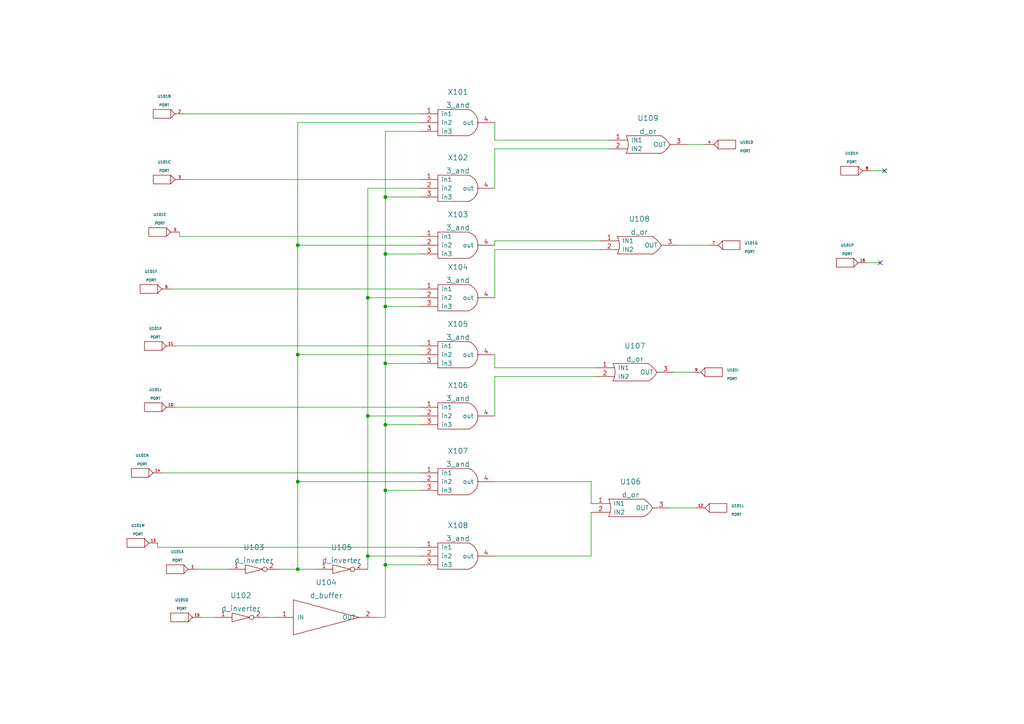
<source format=kicad_sch>
(kicad_sch (version 20211123) (generator eeschema)
  (paper "A4")
  (lib_symbols
    (symbol "eSim_Digital:d_buffer" (pin_names (offset 1.016))
      (property "Reference" "U" (at 0 -1.27 0))
      (property "Value" "d_buffer" (at 0 1.27 0))
      (symbol "d_buffer_0_1"
        (polyline (pts (xy -7.62 5.08) (xy -7.62 -5.08) (xy 11.43 0) (xy -7.62 5.08)))
      )
      (symbol "d_buffer_1_1"
        (pin input line (at -12.7 0 0) (length 5.08) (name "IN") (number "1"))
        (pin output line (at 16.51 0 180) (length 5.08) (name "OUT") (number "2"))
      )
    )
    (symbol "eSim_Digital:d_inverter" (pin_names (offset 1.016))
      (property "Reference" "U" (at 0 -2.54 0))
      (property "Value" "d_inverter" (at 0 3.81 0))
      (symbol "d_inverter_0_1"
        (polyline (pts (xy -2.54 1.27) (xy -2.54 -1.27) (xy 2.54 0) (xy -2.54 1.27)))
      )
      (symbol "d_inverter_1_1"
        (pin input line (at -7.62 0 0) (length 5.08) (name "~") (number "1"))
        (pin output inverted (at 7.62 0 180) (length 5.08) (name "~") (number "2"))
      )
    )
    (symbol "eSim_Digital:d_or" (pin_names (offset 1.016))
      (property "Reference" "U" (at 0 0 0))
      (property "Value" "d_or" (at 0 2.54 0))
      (symbol "d_or_0_1"
        (arc (start -6.35 -1.27) (mid -5.7504 1.27) (end -6.35 3.81))
        (polyline (pts (xy -6.35 -1.27) (xy 3.81 -1.27)))
        (polyline (pts (xy -6.35 3.81) (xy 3.81 3.81)))
        (arc (start 3.81 -1.27) (mid 5.3181 -0.2399) (end 6.35 1.27))
        (arc (start 6.35 1.27) (mid 5.2222 2.6828) (end 3.81 3.81))
      )
      (symbol "d_or_1_1"
        (pin input line (at -11.43 2.54 0) (length 5.461) (name "IN1") (number "1"))
        (pin input line (at -11.43 0 0) (length 5.461) (name "IN2") (number "2"))
        (pin output line (at 11.43 1.27 180) (length 5.08) (name "OUT") (number "3"))
      )
    )
    (symbol "eSim_Miscellaneous:PORT" (pin_names (offset 1.016))
      (property "Reference" "U" (at 1.27 2.54 0))
      (property "Value" "PORT" (at 0 0 0))
      (symbol "PORT_0_1"
        (rectangle (start -2.54 1.27) (end 2.54 -1.27))
        (arc (start 2.54 1.27) (mid 3.1355 0.5955) (end 3.81 0))
        (arc (start 3.81 0) (mid 3.1447 -0.6046) (end 2.54 -1.27))
      )
      (symbol "PORT_1_1"
        (pin bidirectional line (at 6.35 0 180) (length 2.54) (name "~") (number "1"))
      )
      (symbol "PORT_2_1"
        (pin bidirectional line (at 6.35 0 180) (length 2.54) (name "~") (number "2"))
      )
      (symbol "PORT_3_1"
        (pin bidirectional line (at 6.35 0 180) (length 2.54) (name "~") (number "3"))
      )
      (symbol "PORT_4_1"
        (pin bidirectional line (at 6.35 0 180) (length 2.54) (name "~") (number "4"))
      )
      (symbol "PORT_5_1"
        (pin bidirectional line (at 6.35 0 180) (length 2.54) (name "~") (number "5"))
      )
      (symbol "PORT_6_1"
        (pin bidirectional line (at 6.35 0 180) (length 2.54) (name "~") (number "6"))
      )
      (symbol "PORT_7_1"
        (pin bidirectional line (at 6.35 0 180) (length 2.54) (name "~") (number "7"))
      )
      (symbol "PORT_8_1"
        (pin bidirectional line (at 6.35 0 180) (length 2.54) (name "~") (number "8"))
      )
      (symbol "PORT_9_1"
        (pin bidirectional line (at 6.35 0 180) (length 2.54) (name "~") (number "9"))
      )
      (symbol "PORT_10_1"
        (pin bidirectional line (at 6.35 0 180) (length 2.54) (name "~") (number "10"))
      )
      (symbol "PORT_11_1"
        (pin bidirectional line (at 6.35 0 180) (length 2.54) (name "~") (number "11"))
      )
      (symbol "PORT_12_1"
        (pin bidirectional line (at 6.35 0 180) (length 2.54) (name "~") (number "12"))
      )
      (symbol "PORT_13_1"
        (pin bidirectional line (at 6.35 0 180) (length 2.54) (name "~") (number "13"))
      )
      (symbol "PORT_14_1"
        (pin bidirectional line (at 6.35 0 180) (length 2.54) (name "~") (number "14"))
      )
      (symbol "PORT_15_1"
        (pin bidirectional line (at 6.35 0 180) (length 2.54) (name "~") (number "15"))
      )
      (symbol "PORT_16_1"
        (pin bidirectional line (at 6.35 0 180) (length 2.54) (name "~") (number "16"))
      )
      (symbol "PORT_17_1"
        (pin bidirectional line (at 6.35 0 180) (length 2.54) (name "~") (number "17"))
      )
      (symbol "PORT_18_1"
        (pin bidirectional line (at 6.35 0 180) (length 2.54) (name "~") (number "18"))
      )
      (symbol "PORT_19_1"
        (pin bidirectional line (at 6.35 0 180) (length 2.54) (name "~") (number "19"))
      )
      (symbol "PORT_20_1"
        (pin bidirectional line (at 6.35 0 180) (length 2.54) (name "~") (number "20"))
      )
      (symbol "PORT_21_1"
        (pin bidirectional line (at 6.35 0 180) (length 2.54) (name "~") (number "21"))
      )
      (symbol "PORT_22_1"
        (pin bidirectional line (at 6.35 0 180) (length 2.54) (name "~") (number "22"))
      )
      (symbol "PORT_23_1"
        (pin bidirectional line (at 6.35 0 180) (length 2.54) (name "~") (number "23"))
      )
      (symbol "PORT_24_1"
        (pin bidirectional line (at 6.35 0 180) (length 2.54) (name "~") (number "24"))
      )
      (symbol "PORT_25_1"
        (pin bidirectional line (at 6.35 0 180) (length 2.54) (name "~") (number "25"))
      )
      (symbol "PORT_26_1"
        (pin bidirectional line (at 6.35 0 180) (length 2.54) (name "~") (number "26"))
      )
    )
    (symbol "eSim_Subckt:3_and" (pin_names (offset 1.016))
      (property "Reference" "X" (at 2.54 -1.27 0))
      (property "Value" "3_and" (at 3.81 3.81 0))
      (symbol "3_and_0_1"
        (polyline (pts (xy -3.81 5.08) (xy 5.08 5.08)))
        (polyline (pts (xy -3.81 5.08) (xy -3.81 -2.54) (xy 5.08 -2.54)))
        (arc (start 5.08 -2.54) (mid 7.8261 1.27) (end 5.08 5.08))
      )
      (symbol "3_and_1_1"
        (pin input line (at -8.89 3.81 0) (length 5.08) (name "in1") (number "1"))
        (pin input line (at -8.89 1.27 0) (length 5.08) (name "in2") (number "2"))
        (pin input line (at -8.89 -1.27 0) (length 5.08) (name "in3") (number "3"))
        (pin output line (at 12.7 1.27 180) (length 5.08) (name "out") (number "4"))
      )
    )
  )
  (junction (at 106.68 120.65))
  (junction (at 111.76 163.83))
  (junction (at 111.76 142.24))
  (junction (at 106.68 86.36))
  (junction (at 111.76 105.41))
  (junction (at 86.36 165.1))
  (junction (at 86.36 102.87))
  (junction (at 111.76 73.66))
  (junction (at 86.36 139.7))
  (junction (at 86.36 71.12))
  (junction (at 106.68 161.29))
  (junction (at 111.76 88.9))
  (junction (at 111.76 57.15))
  (junction (at 111.76 123.19))
  (no_connect (at 255.27 76.2))
  (no_connect (at 256.54 49.53))
  (wire (pts (xy 121.92 38.1) (xy 111.76 38.1)))
  (wire (pts (xy 204.47 41.91) (xy 199.39 41.91)))
  (wire (pts (xy 86.36 139.7) (xy 121.92 139.7)))
  (wire (pts (xy 53.34 33.02) (xy 121.92 33.02)))
  (wire (pts (xy 201.93 147.32) (xy 194.31 147.32)))
  (wire (pts (xy 86.36 102.87) (xy 86.36 139.7)))
  (wire (pts (xy 121.92 158.75) (xy 45.72 158.75)))
  (wire (pts (xy 143.51 43.18) (xy 143.51 54.61)))
  (wire (pts (xy 77.47 179.07) (xy 80.01 179.07)))
  (wire (pts (xy 121.92 71.12) (xy 86.36 71.12)))
  (wire (pts (xy 46.99 137.16) (xy 121.92 137.16)))
  (wire (pts (xy 106.68 120.65) (xy 121.92 120.65)))
  (wire (pts (xy 252.73 49.53) (xy 256.54 49.53)))
  (wire (pts (xy 49.53 83.82) (xy 121.92 83.82)))
  (wire (pts (xy 86.36 71.12) (xy 86.36 102.87)))
  (wire (pts (xy 111.76 163.83) (xy 121.92 163.83)))
  (wire (pts (xy 106.68 161.29) (xy 121.92 161.29)))
  (wire (pts (xy 57.15 165.1) (xy 66.04 165.1)))
  (wire (pts (xy 172.72 109.22) (xy 143.51 109.22)))
  (wire (pts (xy 45.72 157.48) (xy 45.72 158.75)))
  (wire (pts (xy 106.68 86.36) (xy 121.92 86.36)))
  (wire (pts (xy 143.51 161.29) (xy 171.45 161.29)))
  (wire (pts (xy 111.76 179.07) (xy 109.22 179.07)))
  (wire (pts (xy 81.28 165.1) (xy 86.36 165.1)))
  (wire (pts (xy 121.92 54.61) (xy 106.68 54.61)))
  (wire (pts (xy 111.76 57.15) (xy 111.76 73.66)))
  (wire (pts (xy 111.76 73.66) (xy 111.76 88.9)))
  (wire (pts (xy 111.76 38.1) (xy 111.76 57.15)))
  (wire (pts (xy 143.51 69.85) (xy 143.51 71.12)))
  (wire (pts (xy 143.51 40.64) (xy 176.53 40.64)))
  (wire (pts (xy 86.36 165.1) (xy 91.44 165.1)))
  (wire (pts (xy 143.51 109.22) (xy 143.51 120.65)))
  (wire (pts (xy 111.76 105.41) (xy 121.92 105.41)))
  (wire (pts (xy 111.76 88.9) (xy 111.76 105.41)))
  (wire (pts (xy 171.45 146.05) (xy 171.45 139.7)))
  (wire (pts (xy 111.76 88.9) (xy 121.92 88.9)))
  (wire (pts (xy 111.76 123.19) (xy 121.92 123.19)))
  (wire (pts (xy 121.92 35.56) (xy 86.36 35.56)))
  (wire (pts (xy 86.36 139.7) (xy 86.36 165.1)))
  (wire (pts (xy 205.74 71.12) (xy 196.85 71.12)))
  (wire (pts (xy 106.68 161.29) (xy 106.68 165.1)))
  (wire (pts (xy 251.46 76.2) (xy 255.27 76.2)))
  (wire (pts (xy 121.92 102.87) (xy 86.36 102.87)))
  (wire (pts (xy 111.76 57.15) (xy 121.92 57.15)))
  (wire (pts (xy 111.76 73.66) (xy 121.92 73.66)))
  (wire (pts (xy 111.76 142.24) (xy 121.92 142.24)))
  (wire (pts (xy 52.07 67.31) (xy 52.07 68.58)))
  (wire (pts (xy 171.45 139.7) (xy 143.51 139.7)))
  (wire (pts (xy 143.51 72.39) (xy 143.51 86.36)))
  (wire (pts (xy 171.45 148.59) (xy 171.45 161.29)))
  (wire (pts (xy 58.42 179.07) (xy 62.23 179.07)))
  (wire (pts (xy 86.36 35.56) (xy 86.36 71.12)))
  (wire (pts (xy 106.68 120.65) (xy 106.68 161.29)))
  (wire (pts (xy 111.76 105.41) (xy 111.76 123.19)))
  (wire (pts (xy 173.99 69.85) (xy 143.51 69.85)))
  (wire (pts (xy 106.68 54.61) (xy 106.68 86.36)))
  (wire (pts (xy 121.92 100.33) (xy 50.8 100.33)))
  (wire (pts (xy 121.92 52.07) (xy 53.34 52.07)))
  (wire (pts (xy 121.92 68.58) (xy 52.07 68.58)))
  (wire (pts (xy 143.51 35.56) (xy 143.51 40.64)))
  (wire (pts (xy 111.76 163.83) (xy 111.76 179.07)))
  (wire (pts (xy 121.92 118.11) (xy 50.8 118.11)))
  (wire (pts (xy 176.53 43.18) (xy 143.51 43.18)))
  (wire (pts (xy 173.99 72.39) (xy 143.51 72.39)))
  (wire (pts (xy 111.76 142.24) (xy 111.76 163.83)))
  (wire (pts (xy 106.68 86.36) (xy 106.68 120.65)))
  (wire (pts (xy 172.72 106.68) (xy 143.51 106.68)))
  (wire (pts (xy 111.76 123.19) (xy 111.76 142.24)))
  (wire (pts (xy 143.51 106.68) (xy 143.51 102.87)))
  (wire (pts (xy 200.66 107.95) (xy 195.58 107.95)))
  (symbol (lib_id "eSim_Miscellaneous:PORT") (at 52.07 179.07 0) (unit 15)
    (property "Reference" "U101" (at 52.705 173.99 0) (effects (font (size 0.762 0.762))))
    (property "Value" "PORT" (at 52.705 176.53 0) (effects (font (size 0.762 0.762))))
  )
  (symbol (lib_id "eSim_Miscellaneous:PORT") (at 44.45 100.33 0) (unit 11)
    (property "Reference" "U101" (at 45.085 95.25 0) (effects (font (size 0.762 0.762))))
    (property "Value" "PORT" (at 45.085 97.79 0) (effects (font (size 0.762 0.762))))
  )
  (symbol (lib_id "eSim_Miscellaneous:PORT") (at 245.11 76.2 0) (unit 16)
    (property "Reference" "U101" (at 245.745 71.12 0) (effects (font (size 0.762 0.762))))
    (property "Value" "PORT" (at 245.745 73.66 0) (effects (font (size 0.762 0.762))))
  )
  (symbol (lib_id "eSim_Miscellaneous:PORT") (at 208.28 147.32 180) (unit 12)
    (property "Reference" "U101" (at 212.09 146.685 0) (effects (font (size 0.762 0.762)) (justify right)))
    (property "Value" "PORT" (at 212.09 149.225 0) (effects (font (size 0.762 0.762)) (justify right)))
  )
  (symbol (lib_id "eSim_Miscellaneous:PORT") (at 40.64 137.16 0) (unit 14)
    (property "Reference" "U101" (at 41.275 132.08 0) (effects (font (size 0.762 0.762))))
    (property "Value" "PORT" (at 41.275 134.62 0) (effects (font (size 0.762 0.762))))
  )
  (symbol (lib_id "eSim_Digital:d_or") (at 185.42 72.39 0) (unit 1)
    (property "Reference" "U108" (at 185.42 63.5 0) (effects (font (size 1.524 1.524))))
    (property "Value" "d_or" (at 185.42 67.31 0) (effects (font (size 1.524 1.524))))
  )
  (symbol (lib_id "eSim_Subckt:3_and") (at 130.81 162.56 0) (unit 1)
    (property "Reference" "X108" (at 132.818 152.4 0) (effects (font (size 1.524 1.524))))
    (property "Value" "3_and" (at 132.818 156.21 0) (effects (font (size 1.524 1.524))))
  )
  (symbol (lib_id "eSim_Miscellaneous:PORT") (at 44.45 118.11 0) (unit 10)
    (property "Reference" "U101" (at 45.085 113.03 0) (effects (font (size 0.762 0.762))))
    (property "Value" "PORT" (at 45.085 115.57 0) (effects (font (size 0.762 0.762))))
  )
  (symbol (lib_id "eSim_Subckt:3_and") (at 130.81 121.92 0) (unit 1)
    (property "Reference" "X106" (at 132.818 111.76 0) (effects (font (size 1.524 1.524))))
    (property "Value" "3_and" (at 132.818 115.57 0) (effects (font (size 1.524 1.524))))
  )
  (symbol (lib_id "eSim_Digital:d_inverter") (at 73.66 165.1 0) (unit 1)
    (property "Reference" "U103" (at 73.66 158.75 0) (effects (font (size 1.524 1.524))))
    (property "Value" "d_inverter" (at 73.66 162.56 0) (effects (font (size 1.524 1.524))))
  )
  (symbol (lib_id "eSim_Miscellaneous:PORT") (at 246.38 49.53 0) (unit 8)
    (property "Reference" "U101" (at 247.015 44.45 0) (effects (font (size 0.762 0.762))))
    (property "Value" "PORT" (at 247.015 46.99 0) (effects (font (size 0.762 0.762))))
  )
  (symbol (lib_id "eSim_Miscellaneous:PORT") (at 210.82 41.91 180) (unit 4)
    (property "Reference" "U101" (at 214.63 41.275 0) (effects (font (size 0.762 0.762)) (justify right)))
    (property "Value" "PORT" (at 214.63 43.815 0) (effects (font (size 0.762 0.762)) (justify right)))
  )
  (symbol (lib_id "eSim_Subckt:3_and") (at 130.81 55.88 0) (unit 1)
    (property "Reference" "X102" (at 132.818 45.72 0) (effects (font (size 1.524 1.524))))
    (property "Value" "3_and" (at 132.818 49.53 0) (effects (font (size 1.524 1.524))))
  )
  (symbol (lib_id "eSim_Miscellaneous:PORT") (at 39.37 157.48 0) (unit 13)
    (property "Reference" "U101" (at 40.005 152.4 0) (effects (font (size 0.762 0.762))))
    (property "Value" "PORT" (at 40.005 154.94 0) (effects (font (size 0.762 0.762))))
  )
  (symbol (lib_id "eSim_Digital:d_or") (at 184.15 109.22 0) (unit 1)
    (property "Reference" "U107" (at 184.15 100.33 0) (effects (font (size 1.524 1.524))))
    (property "Value" "d_or" (at 184.15 104.14 0) (effects (font (size 1.524 1.524))))
  )
  (symbol (lib_id "eSim_Miscellaneous:PORT") (at 46.99 33.02 0) (unit 2)
    (property "Reference" "U101" (at 47.625 27.94 0) (effects (font (size 0.762 0.762))))
    (property "Value" "PORT" (at 47.625 30.48 0) (effects (font (size 0.762 0.762))))
  )
  (symbol (lib_id "eSim_Miscellaneous:PORT") (at 43.18 83.82 0) (unit 6)
    (property "Reference" "U101" (at 43.815 78.74 0) (effects (font (size 0.762 0.762))))
    (property "Value" "PORT" (at 43.815 81.28 0) (effects (font (size 0.762 0.762))))
  )
  (symbol (lib_id "eSim_Miscellaneous:PORT") (at 207.01 107.95 180) (unit 9)
    (property "Reference" "U101" (at 210.82 107.315 0) (effects (font (size 0.762 0.762)) (justify right)))
    (property "Value" "PORT" (at 210.82 109.855 0) (effects (font (size 0.762 0.762)) (justify right)))
  )
  (symbol (lib_id "eSim_Subckt:3_and") (at 130.81 87.63 0) (unit 1)
    (property "Reference" "X104" (at 132.818 77.47 0) (effects (font (size 1.524 1.524))))
    (property "Value" "3_and" (at 132.818 81.28 0) (effects (font (size 1.524 1.524))))
  )
  (symbol (lib_id "eSim_Digital:d_inverter") (at 99.06 165.1 0) (unit 1)
    (property "Reference" "U105" (at 99.06 158.75 0) (effects (font (size 1.524 1.524))))
    (property "Value" "d_inverter" (at 99.06 162.56 0) (effects (font (size 1.524 1.524))))
  )
  (symbol (lib_id "eSim_Digital:d_buffer") (at 92.71 179.07 0) (unit 1)
    (property "Reference" "U104" (at 94.615 168.91 0) (effects (font (size 1.524 1.524))))
    (property "Value" "d_buffer" (at 94.615 172.72 0) (effects (font (size 1.524 1.524))))
  )
  (symbol (lib_id "eSim_Digital:d_or") (at 182.88 148.59 0) (unit 1)
    (property "Reference" "U106" (at 182.88 139.7 0) (effects (font (size 1.524 1.524))))
    (property "Value" "d_or" (at 182.88 143.51 0) (effects (font (size 1.524 1.524))))
  )
  (symbol (lib_id "eSim_Miscellaneous:PORT") (at 46.99 52.07 0) (unit 3)
    (property "Reference" "U101" (at 47.625 46.99 0) (effects (font (size 0.762 0.762))))
    (property "Value" "PORT" (at 47.625 49.53 0) (effects (font (size 0.762 0.762))))
  )
  (symbol (lib_id "eSim_Miscellaneous:PORT") (at 50.8 165.1 0) (unit 1)
    (property "Reference" "U101" (at 51.435 160.02 0) (effects (font (size 0.762 0.762))))
    (property "Value" "PORT" (at 51.435 162.56 0) (effects (font (size 0.762 0.762))))
  )
  (symbol (lib_id "eSim_Miscellaneous:PORT") (at 212.09 71.12 180) (unit 7)
    (property "Reference" "U101" (at 215.9 70.485 0) (effects (font (size 0.762 0.762)) (justify right)))
    (property "Value" "PORT" (at 215.9 73.025 0) (effects (font (size 0.762 0.762)) (justify right)))
  )
  (symbol (lib_id "eSim_Subckt:3_and") (at 130.81 72.39 0) (unit 1)
    (property "Reference" "X103" (at 132.818 62.23 0) (effects (font (size 1.524 1.524))))
    (property "Value" "3_and" (at 132.818 66.04 0) (effects (font (size 1.524 1.524))))
  )
  (symbol (lib_id "eSim_Miscellaneous:PORT") (at 45.72 67.31 0) (unit 5)
    (property "Reference" "U101" (at 46.355 62.23 0) (effects (font (size 0.762 0.762))))
    (property "Value" "PORT" (at 46.355 64.77 0) (effects (font (size 0.762 0.762))))
  )
  (symbol (lib_id "eSim_Subckt:3_and") (at 130.81 104.14 0) (unit 1)
    (property "Reference" "X105" (at 132.818 93.98 0) (effects (font (size 1.524 1.524))))
    (property "Value" "3_and" (at 132.818 97.79 0) (effects (font (size 1.524 1.524))))
  )
  (symbol (lib_id "eSim_Subckt:3_and") (at 130.81 140.97 0) (unit 1)
    (property "Reference" "X107" (at 132.818 130.81 0) (effects (font (size 1.524 1.524))))
    (property "Value" "3_and" (at 132.818 134.62 0) (effects (font (size 1.524 1.524))))
  )
  (symbol (lib_id "eSim_Subckt:3_and") (at 130.81 36.83 0) (unit 1)
    (property "Reference" "X101" (at 132.818 26.67 0) (effects (font (size 1.524 1.524))))
    (property "Value" "3_and" (at 132.818 30.48 0) (effects (font (size 1.524 1.524))))
  )
  (symbol (lib_id "eSim_Digital:d_or") (at 187.96 43.18 0) (unit 1)
    (property "Reference" "U109" (at 187.96 34.29 0) (effects (font (size 1.524 1.524))))
    (property "Value" "d_or" (at 187.96 38.1 0) (effects (font (size 1.524 1.524))))
  )
  (symbol (lib_id "eSim_Digital:d_inverter") (at 69.85 179.07 0) (unit 1)
    (property "Reference" "U102" (at 69.85 172.72 0) (effects (font (size 1.524 1.524))))
    (property "Value" "d_inverter" (at 69.85 176.53 0) (effects (font (size 1.524 1.524))))
  )
)
</source>
